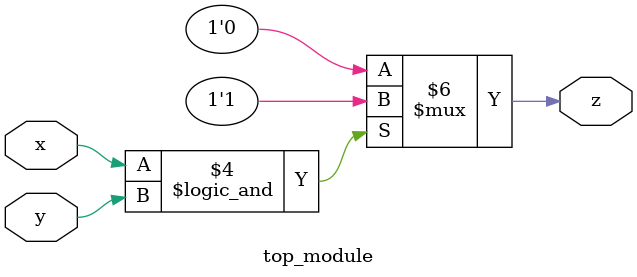
<source format=sv>
module top_module(
    input x,
    input y,
    output z);

    reg z;

    always @(x or y)
    begin
        if(x == 1'b1 && y == 1'b1)
            z <= 1'b1;
        else
            z <= 1'b0;
    end

endmodule

</source>
